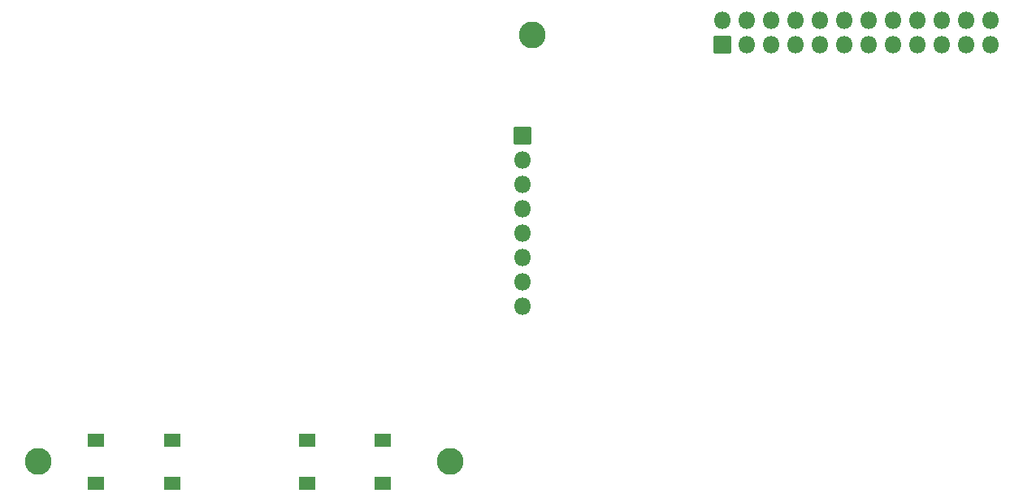
<source format=gbs>
G04 #@! TF.GenerationSoftware,KiCad,Pcbnew,7.0.9-7.0.9~ubuntu20.04.1*
G04 #@! TF.CreationDate,2024-01-21T19:49:38-07:00*
G04 #@! TF.ProjectId,lcdandbuttonboard3b,6c636461-6e64-4627-9574-746f6e626f61,rev?*
G04 #@! TF.SameCoordinates,Original*
G04 #@! TF.FileFunction,Soldermask,Bot*
G04 #@! TF.FilePolarity,Negative*
%FSLAX46Y46*%
G04 Gerber Fmt 4.6, Leading zero omitted, Abs format (unit mm)*
G04 Created by KiCad (PCBNEW 7.0.9-7.0.9~ubuntu20.04.1) date 2024-01-21 19:49:38*
%MOMM*%
%LPD*%
G01*
G04 APERTURE LIST*
G04 Aperture macros list*
%AMRoundRect*
0 Rectangle with rounded corners*
0 $1 Rounding radius*
0 $2 $3 $4 $5 $6 $7 $8 $9 X,Y pos of 4 corners*
0 Add a 4 corners polygon primitive as box body*
4,1,4,$2,$3,$4,$5,$6,$7,$8,$9,$2,$3,0*
0 Add four circle primitives for the rounded corners*
1,1,$1+$1,$2,$3*
1,1,$1+$1,$4,$5*
1,1,$1+$1,$6,$7*
1,1,$1+$1,$8,$9*
0 Add four rect primitives between the rounded corners*
20,1,$1+$1,$2,$3,$4,$5,0*
20,1,$1+$1,$4,$5,$6,$7,0*
20,1,$1+$1,$6,$7,$8,$9,0*
20,1,$1+$1,$8,$9,$2,$3,0*%
G04 Aperture macros list end*
%ADD10RoundRect,0.050000X-0.850000X-0.850000X0.850000X-0.850000X0.850000X0.850000X-0.850000X0.850000X0*%
%ADD11O,1.800000X1.800000*%
%ADD12C,2.800000*%
%ADD13RoundRect,0.050000X-0.850000X0.850000X-0.850000X-0.850000X0.850000X-0.850000X0.850000X0.850000X0*%
%ADD14RoundRect,0.050000X-0.775000X-0.650000X0.775000X-0.650000X0.775000X0.650000X-0.775000X0.650000X0*%
G04 APERTURE END LIST*
D10*
X141500000Y-64000000D03*
D11*
X141500000Y-66540000D03*
X141500000Y-69080000D03*
X141500000Y-71620000D03*
X141500000Y-74160000D03*
X141500000Y-76700000D03*
X141500000Y-79240000D03*
X141500000Y-81780000D03*
D12*
X142500000Y-53500000D03*
X134000000Y-98000000D03*
X91000000Y-98000000D03*
D13*
X162300000Y-54540000D03*
D11*
X162300000Y-52000000D03*
X164840000Y-54540000D03*
X164840000Y-52000000D03*
X167380000Y-54540000D03*
X167380000Y-52000000D03*
X169920000Y-54540000D03*
X169920000Y-52000000D03*
X172460000Y-54540000D03*
X172460000Y-52000000D03*
X175000000Y-54540000D03*
X175000000Y-52000000D03*
X177540000Y-54540000D03*
X177540000Y-52000000D03*
X180080000Y-54540000D03*
X180080000Y-52000000D03*
X182620000Y-54540000D03*
X182620000Y-52000000D03*
X185160000Y-54540000D03*
X185160000Y-52000000D03*
X187700000Y-54540000D03*
X187700000Y-52000000D03*
X190240000Y-54540000D03*
X190240000Y-52000000D03*
D14*
X97025000Y-100250000D03*
X104975000Y-100250000D03*
X97025000Y-95750000D03*
X104975000Y-95750000D03*
X119025000Y-100250000D03*
X126975000Y-100250000D03*
X119025000Y-95750000D03*
X126975000Y-95750000D03*
M02*

</source>
